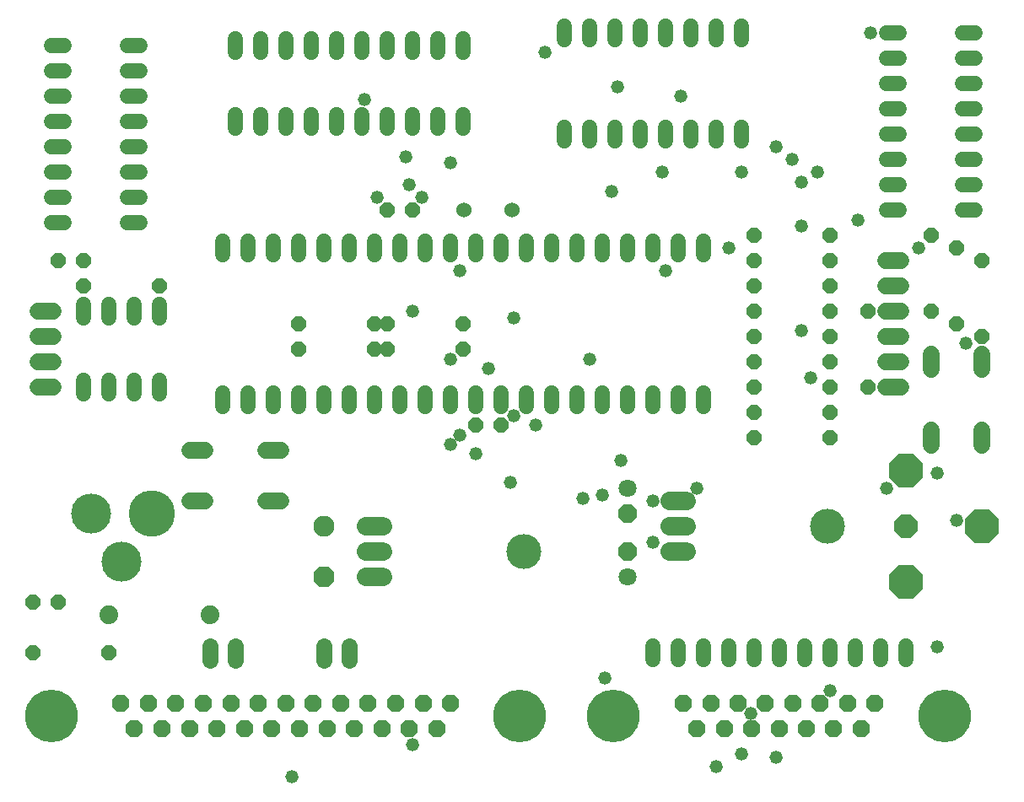
<source format=gbs>
G75*
%MOIN*%
%OFA0B0*%
%FSLAX24Y24*%
%IPPOS*%
%LPD*%
%AMOC8*
5,1,8,0,0,1.08239X$1,22.5*
%
%ADD10C,0.0600*%
%ADD11OC8,0.0600*%
%ADD12C,0.0600*%
%ADD13C,0.1830*%
%ADD14C,0.1580*%
%ADD15C,0.0740*%
%ADD16C,0.0740*%
%ADD17C,0.1380*%
%ADD18C,0.0830*%
%ADD19OC8,0.0830*%
%ADD20OC8,0.0710*%
%ADD21C,0.0710*%
%ADD22C,0.0680*%
%ADD23OC8,0.0905*%
%ADD24OC8,0.1350*%
%ADD25OC8,0.0680*%
%ADD26C,0.2080*%
%ADD27C,0.0640*%
%ADD28C,0.0520*%
D10*
X010379Y019420D02*
X010379Y019940D01*
X011379Y019940D02*
X011379Y019420D01*
X012379Y019420D02*
X012379Y019940D01*
X013379Y019940D02*
X013379Y019420D01*
X014379Y019420D02*
X014379Y019940D01*
X015379Y019940D02*
X015379Y019420D01*
X016379Y019420D02*
X016379Y019940D01*
X017379Y019940D02*
X017379Y019420D01*
X018379Y019420D02*
X018379Y019940D01*
X019379Y019940D02*
X019379Y019420D01*
X020379Y019420D02*
X020379Y019940D01*
X021379Y019940D02*
X021379Y019420D01*
X022379Y019420D02*
X022379Y019940D01*
X023379Y019940D02*
X023379Y019420D01*
X024379Y019420D02*
X024379Y019940D01*
X025379Y019940D02*
X025379Y019420D01*
X026379Y019420D02*
X026379Y019940D01*
X027379Y019940D02*
X027379Y019420D01*
X028379Y019420D02*
X028379Y019940D01*
X029379Y019940D02*
X029379Y019420D01*
X029379Y025420D02*
X029379Y025940D01*
X028379Y025940D02*
X028379Y025420D01*
X027379Y025420D02*
X027379Y025940D01*
X026379Y025940D02*
X026379Y025420D01*
X025379Y025420D02*
X025379Y025940D01*
X024379Y025940D02*
X024379Y025420D01*
X023379Y025420D02*
X023379Y025940D01*
X022379Y025940D02*
X022379Y025420D01*
X021379Y025420D02*
X021379Y025940D01*
X020379Y025940D02*
X020379Y025420D01*
X019379Y025420D02*
X019379Y025940D01*
X018379Y025940D02*
X018379Y025420D01*
X017379Y025420D02*
X017379Y025940D01*
X016379Y025940D02*
X016379Y025420D01*
X015379Y025420D02*
X015379Y025940D01*
X014379Y025940D02*
X014379Y025420D01*
X013379Y025420D02*
X013379Y025940D01*
X012379Y025940D02*
X012379Y025420D01*
X011379Y025420D02*
X011379Y025940D01*
X010379Y025940D02*
X010379Y025420D01*
X007879Y023440D02*
X007879Y022920D01*
X006879Y022920D02*
X006879Y023440D01*
X005879Y023440D02*
X005879Y022920D01*
X004879Y022920D02*
X004879Y023440D01*
X004879Y020440D02*
X004879Y019920D01*
X005879Y019920D02*
X005879Y020440D01*
X006879Y020440D02*
X006879Y019920D01*
X007879Y019920D02*
X007879Y020440D01*
X007139Y026680D02*
X006619Y026680D01*
X006619Y027680D02*
X007139Y027680D01*
X007139Y028680D02*
X006619Y028680D01*
X006619Y029680D02*
X007139Y029680D01*
X007139Y030680D02*
X006619Y030680D01*
X006619Y031680D02*
X007139Y031680D01*
X007139Y032680D02*
X006619Y032680D01*
X006619Y033680D02*
X007139Y033680D01*
X004139Y033680D02*
X003619Y033680D01*
X003619Y032680D02*
X004139Y032680D01*
X004139Y031680D02*
X003619Y031680D01*
X003619Y030680D02*
X004139Y030680D01*
X004139Y029680D02*
X003619Y029680D01*
X003619Y028680D02*
X004139Y028680D01*
X004139Y027680D02*
X003619Y027680D01*
X003619Y026680D02*
X004139Y026680D01*
X010879Y030420D02*
X010879Y030940D01*
X011879Y030940D02*
X011879Y030420D01*
X012879Y030420D02*
X012879Y030940D01*
X013879Y030940D02*
X013879Y030420D01*
X014879Y030420D02*
X014879Y030940D01*
X015879Y030940D02*
X015879Y030420D01*
X016879Y030420D02*
X016879Y030940D01*
X017879Y030940D02*
X017879Y030420D01*
X018879Y030420D02*
X018879Y030940D01*
X019879Y030940D02*
X019879Y030420D01*
X019879Y033420D02*
X019879Y033940D01*
X018879Y033940D02*
X018879Y033420D01*
X017879Y033420D02*
X017879Y033940D01*
X016879Y033940D02*
X016879Y033420D01*
X015879Y033420D02*
X015879Y033940D01*
X014879Y033940D02*
X014879Y033420D01*
X013879Y033420D02*
X013879Y033940D01*
X012879Y033940D02*
X012879Y033420D01*
X011879Y033420D02*
X011879Y033940D01*
X010879Y033940D02*
X010879Y033420D01*
X023879Y033920D02*
X023879Y034440D01*
X024879Y034440D02*
X024879Y033920D01*
X025879Y033920D02*
X025879Y034440D01*
X026879Y034440D02*
X026879Y033920D01*
X027879Y033920D02*
X027879Y034440D01*
X028879Y034440D02*
X028879Y033920D01*
X029879Y033920D02*
X029879Y034440D01*
X030879Y034440D02*
X030879Y033920D01*
X030879Y030440D02*
X030879Y029920D01*
X029879Y029920D02*
X029879Y030440D01*
X028879Y030440D02*
X028879Y029920D01*
X027879Y029920D02*
X027879Y030440D01*
X026879Y030440D02*
X026879Y029920D01*
X025879Y029920D02*
X025879Y030440D01*
X024879Y030440D02*
X024879Y029920D01*
X023879Y029920D02*
X023879Y030440D01*
X036619Y030180D02*
X037139Y030180D01*
X037139Y029180D02*
X036619Y029180D01*
X036619Y028180D02*
X037139Y028180D01*
X037139Y027180D02*
X036619Y027180D01*
X039619Y027180D02*
X040139Y027180D01*
X040139Y028180D02*
X039619Y028180D01*
X039619Y029180D02*
X040139Y029180D01*
X040139Y030180D02*
X039619Y030180D01*
X039619Y031180D02*
X040139Y031180D01*
X040139Y032180D02*
X039619Y032180D01*
X039619Y033180D02*
X040139Y033180D01*
X040139Y034180D02*
X039619Y034180D01*
X037139Y034180D02*
X036619Y034180D01*
X036619Y033180D02*
X037139Y033180D01*
X037139Y032180D02*
X036619Y032180D01*
X036619Y031180D02*
X037139Y031180D01*
X037379Y009940D02*
X037379Y009420D01*
X036379Y009420D02*
X036379Y009940D01*
X035379Y009940D02*
X035379Y009420D01*
X034379Y009420D02*
X034379Y009940D01*
X033379Y009940D02*
X033379Y009420D01*
X032379Y009420D02*
X032379Y009940D01*
X031379Y009940D02*
X031379Y009420D01*
X030379Y009420D02*
X030379Y009940D01*
X029379Y009940D02*
X029379Y009420D01*
X028379Y009420D02*
X028379Y009940D01*
X027379Y009940D02*
X027379Y009420D01*
D11*
X031379Y018180D03*
X031379Y019180D03*
X031379Y020180D03*
X031379Y021180D03*
X031379Y022180D03*
X031379Y023180D03*
X031379Y024180D03*
X031379Y025180D03*
X031379Y026180D03*
X034379Y026180D03*
X034379Y025180D03*
X034379Y024180D03*
X034379Y023180D03*
X034379Y022180D03*
X034379Y021180D03*
X034379Y020180D03*
X034379Y019180D03*
X034379Y018180D03*
X035879Y020180D03*
X039379Y022680D03*
X038379Y023180D03*
X040379Y022180D03*
X040379Y025180D03*
X039379Y025680D03*
X038379Y026180D03*
X035879Y023180D03*
X021379Y018680D03*
X020379Y018680D03*
X019879Y021680D03*
X019879Y022680D03*
X016879Y022680D03*
X016379Y022680D03*
X016379Y021680D03*
X016879Y021680D03*
X013379Y021680D03*
X013379Y022680D03*
X007879Y024180D03*
X004879Y024180D03*
X004879Y025180D03*
X003879Y025180D03*
X016879Y027180D03*
X017879Y027180D03*
X003879Y011680D03*
X002879Y011680D03*
X002879Y009680D03*
X005879Y009680D03*
D12*
X019929Y027180D03*
X021829Y027180D03*
D13*
X007600Y015180D03*
D14*
X006379Y013290D03*
X005198Y015180D03*
D15*
X005879Y011180D03*
X009879Y011180D03*
D16*
X016049Y012680D02*
X016709Y012680D01*
X016709Y013680D02*
X016049Y013680D01*
X016049Y014680D02*
X016709Y014680D01*
X028049Y014680D02*
X028709Y014680D01*
X028709Y013680D02*
X028049Y013680D01*
X028049Y015680D02*
X028709Y015680D01*
D17*
X034279Y014680D03*
X022279Y013680D03*
D18*
X014379Y014680D03*
D19*
X014379Y012680D03*
D20*
X026379Y013680D03*
X026379Y015180D03*
D21*
X026379Y016180D03*
X026379Y012680D03*
D22*
X036579Y020180D02*
X037179Y020180D01*
X037179Y021180D02*
X036579Y021180D01*
X036579Y022180D02*
X037179Y022180D01*
X037179Y023180D02*
X036579Y023180D01*
X036579Y024180D02*
X037179Y024180D01*
X037179Y025180D02*
X036579Y025180D01*
X038379Y021480D02*
X038379Y020880D01*
X040379Y020880D02*
X040379Y021480D01*
X040379Y018480D02*
X040379Y017880D01*
X038379Y017880D02*
X038379Y018480D01*
X012679Y017680D02*
X012079Y017680D01*
X012079Y015680D02*
X012679Y015680D01*
X009679Y015680D02*
X009079Y015680D01*
X009079Y017680D02*
X009679Y017680D01*
X003679Y020180D02*
X003079Y020180D01*
X003079Y021180D02*
X003679Y021180D01*
X003679Y022180D02*
X003079Y022180D01*
X003079Y023180D02*
X003679Y023180D01*
D23*
X037379Y014680D03*
D24*
X037379Y012480D03*
X040379Y014680D03*
X037379Y016880D03*
D25*
X006899Y006680D03*
X007989Y006680D03*
X009079Y006680D03*
X010159Y006680D03*
X011249Y006680D03*
X012339Y006680D03*
X013419Y006680D03*
X014509Y006680D03*
X015599Y006680D03*
X016679Y006680D03*
X017769Y006680D03*
X018859Y006680D03*
X019399Y007680D03*
X018309Y007680D03*
X017229Y007680D03*
X016139Y007680D03*
X015049Y007680D03*
X013969Y007680D03*
X012879Y007680D03*
X011789Y007680D03*
X010709Y007680D03*
X009619Y007680D03*
X008529Y007680D03*
X007449Y007680D03*
X006359Y007680D03*
X028599Y007680D03*
X029679Y007680D03*
X030759Y007680D03*
X031839Y007680D03*
X032919Y007680D03*
X033999Y007680D03*
X035079Y007680D03*
X036159Y007680D03*
X035619Y006680D03*
X034539Y006680D03*
X033459Y006680D03*
X032379Y006680D03*
X031299Y006680D03*
X030219Y006680D03*
X029139Y006680D03*
D26*
X025819Y007180D03*
X022139Y007180D03*
X038939Y007180D03*
X003619Y007180D03*
D27*
X009879Y009400D02*
X009879Y009960D01*
X010879Y009960D02*
X010879Y009400D01*
X014379Y009400D02*
X014379Y009960D01*
X015379Y009960D02*
X015379Y009400D01*
D28*
X017879Y006055D03*
X013129Y004805D03*
X025504Y008680D03*
X029879Y005180D03*
X030879Y005680D03*
X032254Y005555D03*
X031254Y007305D03*
X034379Y008180D03*
X038629Y009930D03*
X039379Y014930D03*
X038629Y016805D03*
X036629Y016180D03*
X033629Y020555D03*
X033254Y022430D03*
X030379Y025680D03*
X027879Y024805D03*
X025754Y027930D03*
X027754Y028680D03*
X028504Y031680D03*
X026004Y032055D03*
X023129Y033430D03*
X019379Y029055D03*
X017629Y029305D03*
X017754Y028180D03*
X018254Y027680D03*
X016504Y027680D03*
X019754Y024805D03*
X017879Y023180D03*
X019379Y021305D03*
X020879Y020930D03*
X021879Y019055D03*
X022754Y018680D03*
X021754Y016430D03*
X020379Y017555D03*
X019754Y018305D03*
X019379Y017930D03*
X024629Y015805D03*
X025379Y015930D03*
X026129Y017305D03*
X027379Y015680D03*
X029129Y016180D03*
X027379Y014055D03*
X024879Y021305D03*
X021879Y022930D03*
X030879Y028680D03*
X032254Y029680D03*
X032879Y029180D03*
X033254Y028305D03*
X033879Y028680D03*
X035504Y026805D03*
X033254Y026555D03*
X037879Y025680D03*
X039754Y021930D03*
X036004Y034180D03*
X016004Y031555D03*
M02*

</source>
